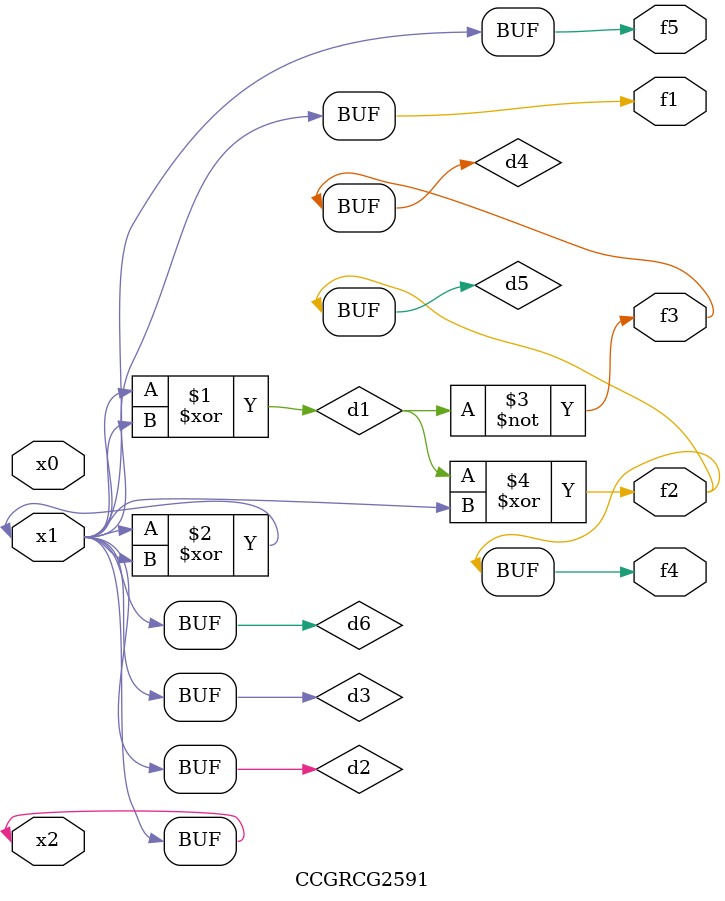
<source format=v>
module CCGRCG2591(
	input x0, x1, x2,
	output f1, f2, f3, f4, f5
);

	wire d1, d2, d3, d4, d5, d6;

	xor (d1, x1, x2);
	buf (d2, x1, x2);
	xor (d3, x1, x2);
	nor (d4, d1);
	xor (d5, d1, d2);
	buf (d6, d2, d3);
	assign f1 = d6;
	assign f2 = d5;
	assign f3 = d4;
	assign f4 = d5;
	assign f5 = d6;
endmodule

</source>
